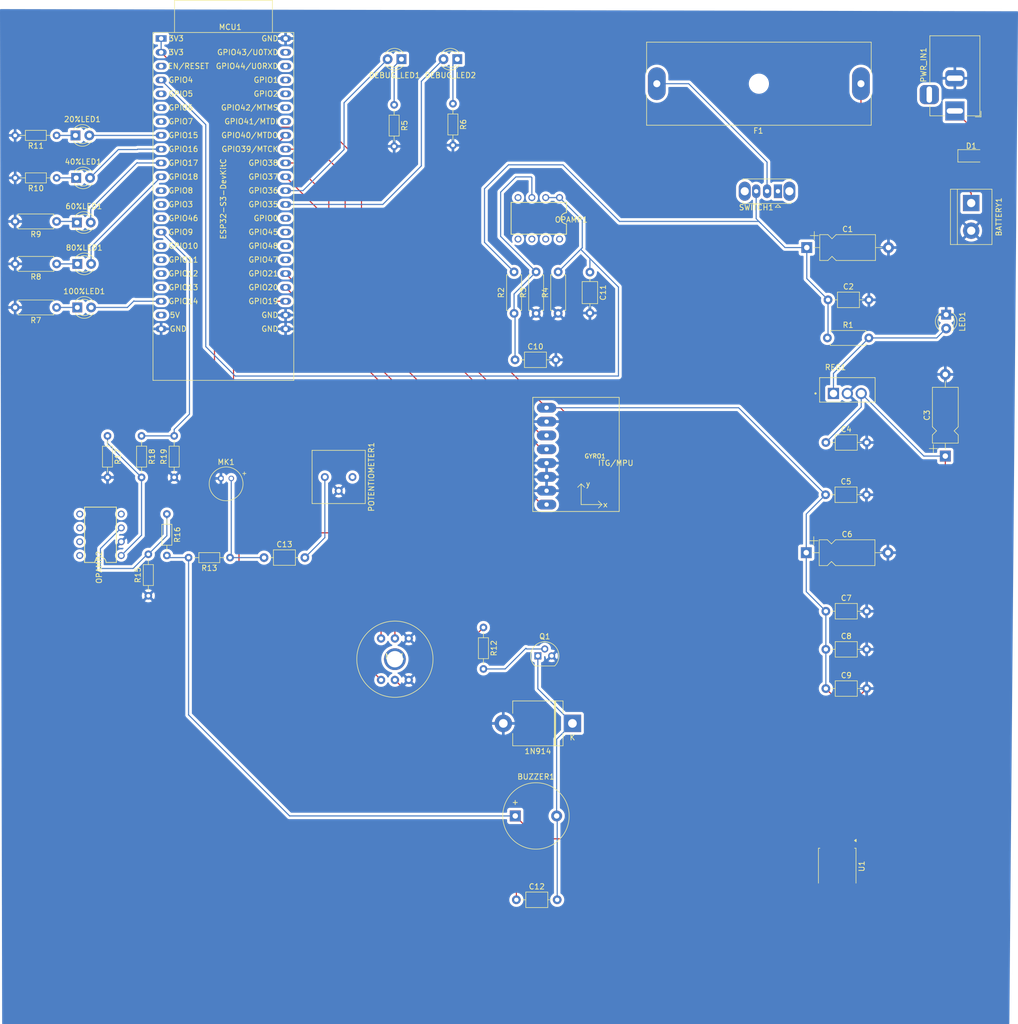
<source format=kicad_pcb>
(kicad_pcb (version 20240108) (generator "pcbnew") (generator_version "8.0")
  (layers (0 "F.Cu" signal) (31 "B.Cu" signal) (34 "B.Paste" user) (35 "F.Paste" user) (36 "B.SilkS" user "B.Silkscreen") (37 "F.SilkS" user "F.Silkscreen") (38 "B.Mask" user) (39 "F.Mask" user) (44 "Edge.Cuts" user))
  (net 0 "")
  (net 1 "Net-(1N914-K)")
  (net 2 "GND")
  (net 3 "5V")
  (net 4 "8V5")
  (net 5 "3V3")
  (net 6 "Net-(OPAMP1A-+)")
  (net 7 "BattSignal")
  (net 8 "Net-(C13-Pad2)")
  (net 9 "Net-(MK1-+)")
  (net 10 "Net-(D1-A)")
  (net 11 "Net-(BATTERY1-Pin_1)")
  (net 12 "Net-(SWITCH1-B)")
  (net 13 "MPU_SCL")
  (net 14 "MPU_SDA")
  (net 15 "MPU_INT")
  (net 16 "Net-(LED1-A)")
  (net 17 "Net-(20%LED1-K)")
  (net 18 "DEBUG_LED1")
  (net 19 "Net-(40%LED1-K)")
  (net 20 "DEBUG_LED2")
  (net 21 "Net-(60%LED1-K)")
  (net 22 "100%LED")
  (net 23 "Net-(80%LED1-K)")
  (net 24 "80%LED")
  (net 25 "Net-(100%LED1-K)")
  (net 26 "60%LED")
  (net 27 "40%LED")
  (net 28 "Net-(DEBUG_LED1-K)")
  (net 29 "20%LED")
  (net 30 "Net-(DEBUG_LED2-K)")
  (net 37 "MIC_ADC")
  (net 41 "MIC_WS")
  (net 48 "BUZZER")
  (net 53 "MIC_SCK")
  (net 57 "MIC_SD")
  (net 58 "Net-(OPAMP2A-+)")
  (net 59 "Net-(OPAMP2-Pad1)")
  (net 60 "Net-(Q1-B)")
  (footprint "Resistor_THT:R_Axial_DIN0207_L6.3mm_D2.5mm_P7.62mm_Horizontal" (layer "F.Cu") (at 166.58 73.2)
    (property "Reference" "R1")
    (property "Value" "4.7k")
  )
  (footprint "Package_TO_SOT_THT:TO-92" (layer "F.Cu") (at 113.4 131.6)
    (property "Reference" "Q1")
    (property "Value" "2N2222A")
  )
  (footprint "LED_THT:LED_D3.0mm_Clear" (layer "F.Cu") (at 28.8 67.6)
    (property "Reference" "100%LED1")
    (property "Value" "LED_GREEN")
  )
  (footprint "Resistor_THT:R_Axial_DIN0204_L3.6mm_D1.6mm_P7.62mm_Horizontal" (layer "F.Cu") (at 34.35 91.19 -90)
    (property "Reference" "R17")
    (property "Value" "1M")
  )
  (footprint "Diode_SMD:D_1206_3216Metric_Pad1.42x1.75mm_HandSolder" (layer "F.Cu") (at 193.0125 39.75)
    (property "Reference" "D1")
    (property "Value" "1N4007W")
  )
  (footprint "Package_TO_SOT_SMD:TO-252-3_TabPin2" (layer "F.Cu") (at 168.3875 170.24 -90)
    (property "Reference" "U1")
    (property "Value" "AMS1117CD-3.3")
  )
  (footprint "Resistor_THT:R_Axial_DIN0204_L3.6mm_D1.6mm_P7.62mm_Horizontal" (layer "F.Cu") (at 103.4 126.38 -90)
    (property "Reference" "R12")
    (property "Value" "1k")
  )
  (footprint "LED_THT:LED_D3.0mm_Clear" (layer "F.Cu") (at 28.725 52)
    (property "Reference" "60%LED1")
    (property "Value" "LED_BLUE")
  )
  (footprint "Capacitor_THT:C_Axial_L3.8mm_D2.6mm_P7.50mm_Horizontal" (layer "F.Cu") (at 63.1 113.55)
    (property "Reference" "C13")
    (property "Value" "100 nF")
  )
  (footprint "Resistor_THT:R_Axial_DIN0204_L3.6mm_D1.6mm_P7.62mm_Horizontal" (layer "F.Cu") (at 40.6 91.19 -90)
    (property "Reference" "R18")
    (property "Value" "1k")
  )
  (footprint "LED_THT:LED_D3.0mm" (layer "F.Cu") (at 188.4 68.925 -90)
    (property "Reference" "LED1")
    (property "Value" "LED_RED")
  )
  (footprint "LM358:DIL08" (layer "F.Cu") (at 33.06 109.36 90)
    (property "Reference" "OPAMP2")
    (property "Value" "LM358")
  )
  (footprint "Capacitor_THT:C_Axial_L3.8mm_D2.6mm_P7.50mm_Horizontal" (layer "F.Cu") (at 109.45 176.4)
    (property "Reference" "C12")
    (property "Value" "100 nF")
  )
  (footprint "Capacitor_THT:C_Axial_L3.8mm_D2.6mm_P7.50mm_Horizontal" (layer "F.Cu") (at 166.3 137.6)
    (property "Reference" "C9")
    (property "Value" "100 nF")
  )
  (footprint "TerminalBlock:TerminalBlock_bornier-2_P5.08mm" (layer "F.Cu") (at 193 48.42 -90)
    (property "Reference" "BATTERY1")
    (property "Value" "TBLOCK-X2")
  )
  (footprint "Capacitor_THT:CP_Axial_L10.0mm_D4.5mm_P15.00mm_Horizontal" (layer "F.Cu") (at 188.2425 94.9 90)
    (property "Reference" "C3")
    (property "Value" "1000 microF")
  )
  (footprint "LED_THT:LED_D3.0mm" (layer "F.Cu") (at 98.6 22 180)
    (property "Reference" "DEBUG_LED2")
    (property "Value" "LED_RED")
  )
  (footprint "Fuse:Fuseholder_Cylinder-6.3x32mm_Schurter_0031-8002_Horizontal_Open" (layer "F.Cu") (at 172.75 26.5 180)
    (property "Reference" "F1")
    (property "Value" "Fuse")
  )
  (footprint "Capacitor_THT:C_Axial_L3.8mm_D2.6mm_P7.50mm_Horizontal" (layer "F.Cu") (at 166.3 123.4)
    (property "Reference" "C7")
    (property "Value" "100 nF")
  )
  (footprint "inmp441:inmp441" (layer "F.Cu") (at 87.14 132.21 180)
    (property "Reference" "MIC1")
    (property "Value" "INMP441")
  )
  (footprint "Potentiometer_THT:Potentiometer_Bourns_3386P_Vertical" (layer "F.Cu") (at 74.27 98.75 -90)
    (property "Reference" "POTENTIOMETER1")
    (property "Value" "R_3386P_US")
  )
  (footprint "L7805:TO255P1020X450X2000-3" (layer "F.Cu") (at 170.25 82.7375)
    (property "Reference" "REG1")
    (property "Value" "L7805")
  )
  (footprint "Buzzer_Beeper:Buzzer_12x9.5RM7.6" (layer "F.Cu") (at 109.25 161)
    (property "Reference" "BUZZER1")
    (property "Value" "2300Hz")
  )
  (footprint "Capacitor_THT:C_Axial_L3.8mm_D2.6mm_P7.50mm_Horizontal" (layer "F.Cu") (at 166.3 130.4)
    (property "Reference" "C8")
    (property "Value" "100 nF")
  )
  (footprint "Capacitor_THT:C_Axial_L3.8mm_D2.6mm_P7.50mm_Horizontal" (layer "F.Cu") (at 166.7 66.2)
    (property "Reference" "C2")
    (property "Value" "100 nF")
  )
  (footprint "LED_THT:LED_D3.0mm_Clear" (layer "F.Cu") (at 28.8 59.6)
    (property "Reference" "80%LED1")
    (property "Value" "LED_GREEN")
  )
  (footprint "Connector_BarrelJack:BarrelJack_Horizontal" (layer "F.Cu") (at 190 31.5 -90)
    (property "Reference" "PWR_IN1")
    (property "Value" "DC005-2.0MM")
  )
  (footprint "Resistor_THT:R_Axial_DIN0207_L6.3mm_D2.5mm_P7.62mm_Horizontal" (layer "F.Cu") (at 117.13 68.69 90)
    (property "Reference" "R4")
    (property "Value" "10k")
  )
  (footprint "Diode_THT:D_5KPW_P12.70mm_Horizontal" (layer "F.Cu") (at 119.75 144 180)
    (property "Reference" "1N914")
    (property "Value" "D")
  )
  (footprint "Resistor_THT:R_Axial_DIN0204_L3.6mm_D1.6mm_P7.62mm_Horizontal" (layer "F.Cu") (at 97.8 30.18 -90)
    (property "Reference" "R6")
    (property "Value" "1k")
  )
  (footprint "Resistor_THT:R_Axial_DIN0204_L3.6mm_D1.6mm_P7.62mm_Horizontal" (layer "F.Cu") (at 46.6 98.81 90)
    (property "Reference" "R19")
    (property "Value" "1k")
  )
  (footprint "Resistor_THT:R_Axial_DIN0204_L3.6mm_D1.6mm_P7.62mm_Horizontal" (layer "F.Cu") (at 56.86 113.55 180)
    (property "Reference" "R13")
    (property "Value" "1k")
  )
  (footprint "Resistor_THT:R_Axial_DIN0204_L3.6mm_D1.6mm_P7.62mm_Horizontal" (layer "F.Cu") (at 45.25 105.54 -90)
    (property "Reference" "R16")
    (property "Value" "1k")
  )
  (footprint "Resistor_THT:R_Axial_DIN0207_L6.3mm_D2.5mm_P7.62mm_Horizontal" (layer "F.Cu") (at 25.01 59.6 180)
    (property "Reference" "R8")
    (property "Value" "1k")
  )
  (footprint "Resistor_THT:R_Axial_DIN0207_L6.3mm_D2.5mm_P7.62mm_Horizontal" (layer "F.Cu") (at 25 51.8 180)
    (property "Reference" "R9")
    (property "Value" "1k")
  )
  (footprint "Resistor_THT:R_Axial_DIN0207_L6.3mm_D2.5mm_P7.62mm_Horizontal" (layer "F.Cu") (at 109.03 68.69 90)
    (property "Reference" "R2")
    (property "Value" "8.6k")
  )
  (footprint "Capacitor_THT:C_Axial_L3.8mm_D2.6mm_P7.50mm_Horizontal" (layer "F.Cu") (at 166.25 102)
    (property "Reference" "C5")
    (property "Value" "1 microF")
  )
  (footprint "Resistor_THT:R_Axial_DIN0204_L3.6mm_D1.6mm_P7.62mm_Horizontal" (layer "F.Cu") (at 25.01 43.8 180)
    (property "Reference" "R10")
    (property "Value" "1k")
  )
  (footprint "Resistor_THT:R_Axial_DIN0207_L6.3mm_D2.5mm_P7.62mm_Horizontal" (layer "F.Cu") (at 25 67.6 180)
    (property "Reference" "R7")
    (property "Value" "1k")
  )
  (footprint "GY-521:GY-521" (layer "F.Cu") (at 123.8925 94.9175)
    (property "Reference" "GYRO1")
    (property "Value" "GY-521")
  )
  (footprint "Sensor_Audio:POM-2244P-C3310-2-R" (layer "F.Cu") (at 55.1825 99)
    (property "Reference" "MK1")
    (property "Value" "Microphone_Condenser")
  )
  (footprint "Espressif:ESP32-S3-DevKitC" (layer "F.Cu") (at 44.2 18.2)
    (property "Reference" "MCU1")
    (property "Value" "ESP32-S3-DevKitC")
  )
  (footprint "Capacitor_THT:C_Axial_L3.8mm_D2.6mm_P7.50mm_Horizontal" (layer "F.Cu") (at 166.3 92.4)
    (property "Reference" "C4")
    (property "Value" "100 nF")
  )
  (footprint "LED_THT:LED_D3.0mm" (layer "F.Cu") (at 88.34 22 180)
    (property "Reference" "DEBUG_LED1")
    (property "Value" "LED_RED")
  )
  (footprint "Capacitor_THT:CP_Axial_L10.0mm_D4.5mm_P15.00mm_Horizontal" (layer "F.Cu") (at 162.8 56.6)
    (property "Reference" "C1")
    (property "Value" "1000 microF")
  )
  (footprint "Resistor_THT:R_Axial_DIN0204_L3.6mm_D1.6mm_P7.62mm_Horizontal" (layer "F.Cu") (at 87 30.38 -90)
    (property "Reference" "R5")
    (property "Value" "1k")
  )
  (footprint "Capacitor_THT:CP_Axial_L10.0mm_D4.5mm_P15.00mm_Horizontal" (layer "F.Cu") (at 162.7 112.6425)
    (property "Reference" "C6")
    (property "Value" "1000 microF")
  )
  (footprint "Capacitor_THT:C_Axial_L3.8mm_D2.6mm_P7.50mm_Horizontal" (layer "F.Cu") (at 109.21 77.22)
    (property "Reference" "C10")
    (property "Value" "100 nF")
  )
  (footprint "LED_THT:LED_D3.0mm_Clear" (layer "F.Cu") (at 28.46 36)
    (property "Reference" "20%LED1")
    (property "Value" "LED_RED")
  )
  (footprint "Resistor_THT:R_Axial_DIN0204_L3.6mm_D1.6mm_P7.62mm_Horizontal" (layer "F.Cu") (at 41.85 120.56 90)
    (property "Reference" "R15")
    (property "Value" "1k")
  )
  (footprint "Capacitor_THT:C_Axial_L3.8mm_D2.6mm_P7.50mm_Horizontal" (layer "F.Cu") (at 122.96 61.12 -90)
    (property "Reference" "C11")
    (property "Value" "100 nF")
  )
  (footprint "Resistor_THT:R_Axial_DIN0204_L3.6mm_D1.6mm_P7.62mm_Horizontal" (layer "F.Cu") (at 25 36 180)
    (property "Reference" "R11")
    (property "Value" "1k")
  )
  (footprint "LM358:DIL08" (layer "F.Cu") (at 113.57 51.23 180)
    (property "Reference" "OPAMP1")
    (property "Value" "LM358")
  )
  (footprint "Button_Switch_THT:SW_Slide_SPDT_Straight_CK_OS102011MS2Q" (layer "F.Cu") (at 157.5 46.25 180)
    (property "Reference" "SWITCH1")
    (property "Value" "Switch")
  )
  (footprint "LED_THT:LED_D3.0mm_Clear" (layer "F.Cu") (at 28.6 43.8)
    (property "Reference" "40%LED1")
    (property "Value" "LED_RED")
  )
  (footprint "Resistor_THT:R_Axial_DIN0207_L6.3mm_D2.5mm_P7.62mm_Horizontal" (layer "F.Cu") (at 113.08 68.69 90)
    (property "Reference" "R3")
    (property "Value" "5k")
  )
  (segment (start 116.95 176.4) (end 116.95 161.1) (width 0.2) (layer "B.Cu") (net 1))
  (segment (start 116.85 146.9) (end 119.75 144) (width 0.2) (layer "B.Cu") (net 1))
  (segment (start 116.85 161) (end 116.85 146.9) (width 0.2) (layer "B.Cu") (net 1))
  (segment (start 116.95 161.1) (end 116.85 161) (width 0.2) (layer "B.Cu") (net 1))
  (segment (start 113.4 137.65) (end 119.75 144) (width 0.2) (layer "B.Cu") (net 1))
  (segment (start 113.4 131.6) (end 113.4 137.65) (width 0.2) (layer "B.Cu") (net 1))
  (segment (start 170.6675 165.2) (end 170.6675 140.7325) (width 0.2) (layer "F.Cu") (net 2))
  (segment (start 170.6675 140.7325) (end 173.8 137.6) (width 0.2) (layer "F.Cu") (net 2))
  (segment (start 188.2425 169.7575) (end 188.2425 94.9) (width 0.2) (layer "F.Cu") (net 3))
  (segment (start 157.8 175) (end 162.8 180) (width 0.2) (layer "F.Cu") (net 3))
  (segment (start 113.6 165.2) (end 113.45 165.2) (width 0.2) (layer "F.Cu") (net 3))
  (segment (start 113.45 165.2) (end 109.25 161) (width 0.2) (layer "F.Cu") (net 3))
  (segment (start 109.45 169.35) (end 113.6 165.2) (width 0.2) (layer "F.Cu") (net 3))
  (segment (start 184.2 173.8) (end 188.2425 169.7575) (width 0.2) (layer "F.Cu") (net 3))
  (segment (start 166.1075 165.2) (end 157.8 165.2) (width 0.2) (layer "F.Cu") (net 3))
  (segment (start 178.4 180) (end 184.2 174.2) (width 0.2) (layer "F.Cu") (net 3))
  (segment (start 184.2 174.2) (end 184.2 173.8) (width 0.2) (layer "F.Cu") (net 3))
  (segment (start 157.8 165.2) (end 113.6 165.2) (width 0.2) (layer "F.Cu") (net 3))
  (segment (start 109.45 176.4) (end 109.45 169.35) (width 0.2) (layer "F.Cu") (net 3))
  (segment (start 157.8 165.2) (end 157.8 175) (width 0.2) (layer "F.Cu") (net 3))
  (segment (start 162.8 180) (end 178.4 180) (width 0.2) (layer "F.Cu") (net 3))
  (segment (start 49.24 113.55) (end 49.24 142.44) (width 0.2) (layer "B.Cu") (net 3))
  (segment (start 172.8 85.9) (end 166.3 92.4) (width 0.2) (layer "B.Cu") (net 3))
  (segment (start 67.8 161) (end 109.25 161) (width 0.2) (layer "B.Cu") (net 3))
  (segment (start 45.64 113.55) (end 45.25 113.16) (width 0.2) (layer "B.Cu") (net 3))
  (segment (start 172.8 83.4) (end 172.8 85.9) (width 0.2) (layer "B.Cu") (net 3))
  (segment (start 49.24 142.44) (end 67.8 161) (width 0.2) (layer "B.Cu") (net 3))
  (segment (start 184.3 94.9) (end 172.8 83.4) (width 0.2) (layer "B.Cu") (net 3))
  (segment (start 188.2425 94.9) (end 184.3 94.9) (width 0.2) (layer "B.Cu") (net 3))
  (segment (start 49.24 113.55) (end 45.64 113.55) (width 0.2) (layer "B.Cu") (net 3))
  (segment (start 109.03 61.07) (end 103.6 55.64) (width 0.2) (layer "B.Cu") (net 4))
  (segment (start 162.8 56.6) (end 162.8 62.3) (width 0.2) (layer "B.Cu") (net 4))
  (segment (start 118 41.4) (end 128.4 51.8) (width 0.2) (layer "B.Cu") (net 4))
  (segment (start 166.7 66.2) (end 166.7 73.08) (width 0.2) (layer "B.Cu") (net 4))
  (segment (start 108 41.4) (end 118 41.4) (width 0.2) (layer "B.Cu") (net 4))
  (segment (start 103.6 45.8) (end 108 41.4) (width 0.2) (layer "B.Cu") (net 4))
  (segment (start 158.8 56.6) (end 162.8 56.6) (width 0.2) (layer "B.Cu") (net 4))
  (segment (start 154 51.8) (end 154.4 52.2) (width 0.2) (layer "B.Cu") (net 4))
  (segment (start 153.5 51.3) (end 154.4 52.2) (width 0.2) (layer "B.Cu") (net 4))
  (segment (start 128.4 51.8) (end 154 51.8) (width 0.2) (layer "B.Cu") (net 4))
  (segment (start 153.5 46.25) (end 153.5 51.3) (width 0.2) (layer "B.Cu") (net 4))
  (segment (start 103.6 55.64) (end 103.6 45.8) (width 0.2) (layer "B.Cu") (net 4))
  (segment (start 154.4 52.2) (end 158.8 56.6) (width 0.2) (layer "B.Cu") (net 4))
  (segment (start 162.8 62.3) (end 166.7 66.2) (width 0.2) (layer "B.Cu") (net 4))
  (segment (start 166.7 73.08) (end 166.58 73.2) (width 0.2) (layer "B.Cu") (net 4))
  (segment (start 81 52.025) (end 81 41) (width 0.2) (layer "F.Cu") (net 5))
  (segment (start 166.3 137.6) (end 168.3875 139.6875) (width 0.2) (layer "F.Cu") (net 5))
  (segment (start 95 139) (end 95 129.5) (width 0.2) (layer "F.Cu") (net 5))
  (segment (start 56 32.54) (end 44.2 20.74) (width 0.2) (layer "F.Cu") (net 5))
  (segment (start 122 116) (end 122 90.5) (width 0.2) (layer "F.Cu") (net 5))
  (segment (start 87.14 136.02) (end 90.12 139) (width 0.2) (layer "F.Cu") (net 5))
  (segment (start 115.0025 86.0275) (end 81 52.025) (width 0.2) (layer "F.Cu") (net 5))
  (segment (start 117.5275 86.0275) (end 115.0025 86.0275) (width 0.2) (layer "F.Cu") (net 5))
  (segment (start 95 129.5) (end 108.5 116) (width 0.2) (layer "F.Cu") (net 5))
  (segment (start 81 41) (end 74.5 34.5) (width 0.2) (layer "F.Cu") (net 5))
  (segment (start 108.5 116) (end 122 116) (width 0.2) (layer "F.Cu") (net 5))
  (segment (start 90.12 139) (end 95 139) (width 0.2) (layer "F.Cu") (net 5))
  (segment (start 74.5 34.5) (end 56 34.5) (width 0.2) (layer "F.Cu") (net 5))
  (segment (start 168.3875 139.6875) (end 168.3875 165.2) (width 0.2) (layer "F.Cu") (net 5))
  (segment (start 56 34.5) (end 56 32.54) (width 0.2) (layer "F.Cu") (net 5))
  (segment (start 122 90.5) (end 117.5275 86.0275) (width 0.2) (layer "F.Cu") (net 5))
  (segment (start 162.7 112.6425) (end 162.7 119.8) (width 0.2) (layer "B.Cu") (net 5))
  (segment (start 44.2 20.74) (end 44.2 18.2) (width 0.2) (layer "B.Cu") (net 5))
  (segment (start 115.0025 86.0275) (end 150.2775 86.0275) (width 0.2) (layer "B.Cu") (net 5))
  (segment (start 162.7 112.6425) (end 162.7 105.55) (width 0.2) (layer "B.Cu") (net 5))
  (segment (start 150.2775 86.0275) (end 166.25 102) (width 0.2) (layer "B.Cu") (net 5))
  (segment (start 166.3 123.4) (end 166.3 130.4) (width 0.2) (layer "B.Cu") (net 5))
  (segment (start 166.3 130.4) (end 166.3 137.6) (width 0.2) (layer "B.Cu") (net 5))
  (segment (start 162.7 119.8) (end 166.3 123.4) (width 0.2) (layer "B.Cu") (net 5))
  (segment (start 162.7 105.55) (end 166.25 102) (width 0.2) (layer "B.Cu") (net 5))
  (segment (start 109.21 68.87) (end 109.03 68.69) (width 0.2) (layer "B.Cu") (net 6))
  (segment (start 106.56 54.55) (end 106.56 46.42) (width 0.2) (layer "B.Cu") (net 6))
  (segment (start 113.08 61.07) (end 106.56 54.55) (width 0.2) (layer "B.Cu") (net 6))
  (segment (start 106.56 46.42) (end 109.36 43.62) (width 0.2) (layer "B.Cu") (net 6))
  (segment (start 109.03 65.12) (end 113.08 61.07) (width 0.2) (layer "B.Cu") (net 6))
  (segment (start 109.21 77.22) (end 109.21 68.87) (width 0.2) (layer "B.Cu") (net 6))
  (segment (start 109.36 43.62) (end 112.16 43.62) (width 0.2) (layer "B.Cu") (net 6))
  (segment (start 112.3 43.76) (end 112.3 47.42) (width 0.2) (layer "B.Cu") (net 6))
  (segment (start 109.03 68.69) (end 109.03 65.12) (width 0.2) (layer "B.Cu") (net 6))
  (segment (start 112.16 43.62) (end 112.3 43.76) (width 0.2) (layer "B.Cu") (net 6))
  (segment (start 52.4 74.8) (end 52.4 34.02) (width 0.2) (layer "B.Cu") (net 7))
  (segment (start 114.84 47.42) (end 117.38 47.42) (width 0.2) (layer "B.Cu") (net 7))
  (segment (start 122.96 58.62) (end 128.2 63.86) (width 0.2) (layer "B.Cu") (net 7))
  (segment (start 121.27 56.93) (end 121.56 56.64) (width 0.2) (layer "B.Cu") (net 7))
  (segment (start 57.8 80.2) (end 52.4 74.8) (width 0.2) (layer "B.Cu") (net 7))
  (segment (start 122.96 61.12) (end 122.96 58.62) (width 0.2) (layer "B.Cu") (net 7))
  (segment (start 122.96 58.62) (end 121.27 56.93) (width 0.2) (layer "B.Cu") (net 7))
  (segment (start 121.56 51.6) (end 117.38 47.42) (width 0.2) (layer "B.Cu") (net 7))
  (segment (start 121.56 56.64) (end 121.56 51.6) (width 0.2) (layer "B.Cu") (net 7))
  (segment (start 128.2 63.86) (end 128.2 80.2) (width 0.2) (layer "B.Cu") (net 7))
  (segment (start 128.2 80.2) (end 57.8 80.2) (width 0.2) (layer "B.Cu") (net 7))
  (segment (start 117.13 61.07) (end 121.27 56.93) (width 0.2) (layer "B.Cu") (net 7))
  (segment (start 52.4 34.02) (end 44.2 25.82) (width 0.2) (layer "B.Cu") (net 7))
  (segment (start 74.27 98.75) (end 74.27 109.88) (width 0.2) (layer "B.Cu") (net 8))
  (segment (start 74.27 109.88) (end 70.6 113.55) (width 0.2) (layer "B.Cu") (net 8))
  (segment (start 57.0825 113.3275) (end 56.86 113.55) (width 0.2) (layer "B.Cu") (net 9))
  (segment (start 57.0825 99) (end 57.0825 113.3275) (width 0.2) (layer "B.Cu") (net 9))
  (segment (start 63.1 113.55) (end 56.86 113.55) (width 0.2) (layer "B.Cu") (net 9))
  (segment (start 194.6 38.2) (end 194.5 38.3) (width 0.2) (layer "F.Cu") (net 10))
  (segment (start 190 31.5) (end 194.6 36.1) (width 0.2) (layer "F.Cu") (net 10))
  (segment (start 194.5 38.3) (end 194.5 39.75) (width 0.2) (layer "F.Cu") (net 10))
  (segment (start 194.6 36.1) (end 194.6 38.2) (width 0.2) (layer "F.Cu") (net 10))
  (segment (start 172.75 26.5) (end 172.75 31.15) (width 0.2) (layer "F.Cu") (net 11))
  (segment (start 191.525 45.125) (end 193 46.6) (width 0.2) (layer "F.Cu") (net 11))
  (segment (start 172.75 31.15) (end 181.4 39.8) (width 0.2) (layer "F.Cu") (net 11))
  (segment (start 181.4 39.8) (end 181.45 39.75) (width 0.2) (layer "F.Cu") (net 11))
  (segment (start 191.525 39.75) (end 191.525 45.125) (width 0.2) (layer "F.Cu") (net 11))
  (segment (start 193 46.6) (end 193 48.42) (width 0.2) (layer "F.Cu") (net 11))
  (segment (start 181.45 39.75) (end 191.525 39.75) (width 0.2) (layer "F.Cu") (net 11))
  (segment (start 155.5 40.9) (end 155.5 46.25) (width 0.2) (layer "B.Cu") (net 12))
  (segment (start 135.25 26.5) (end 141.1 26.5) (width 0.2) (layer "B.Cu") (net 12))
  (segment (start 141.1 26.5) (end 155.5 40.9) (width 0.2) (layer "B.Cu") (net 12))
  (segment (start 73.02 38.52) (end 67.06 38.52) (width 0.2) (layer "F.Cu") (net 13))
  (segment (start 78 43.5) (end 73.02 38.52) (width 0.2) (layer "F.Cu") (net 13))
  (segment (start 78 54.994) (end 78 43.5) (width 0.2) (layer "F.Cu") (net 13))
  (segment (start 114.1135 91.1075) (end 78 54.994) (width 0.2) (layer "F.Cu") (net 13))
  (segment (start 115.0025 91.1075) (end 114.1135 91.1075) (width 0.2) (layer "F.Cu") (net 13))
  (segment (start 68.56 41.06) (end 67.06 41.06) (width 0.2) (layer "F.Cu") (net 14))
  (segment (start 75 47.5) (end 68.56 41.06) (width 0.2) (layer "F.Cu") (net 14))
  (segment (start 75 54.534) (end 75 47.5) (width 0.2) (layer "F.Cu") (net 14))
  (segment (start 114.1135 93.6475) (end 75 54.534) (width 0.2) (layer "F.Cu") (net 14))
  (segment (start 115.0025 93.6475) (end 114.1135 93.6475) (width 0.2) (layer "F.Cu") (net 14))
  (segment (start 74 52.5) (end 74 50.54) (width 0.2) (layer "F.Cu") (net 15))
  (segment (start 115.0025 103.8075) (end 114.1135 103.8075) (width 0.2) (layer "F.Cu") (net 15))
  (segment (start 74.5 64.194) (end 74.5 53) (width 0.2) (layer "F.Cu") (net 15))
  (segment (start 74 50.54) (end 67.06 43.6) (width 0.2) (layer "F.Cu") (net 15))
  (segment (start 74.5 53) (end 74 52.5) (width 0.2) (layer "F.Cu") (net 15))
  (segment (start 114.1135 103.8075) (end 74.5 64.194) (width 0.2) (layer "F.Cu") (net 15))
  (segment (start 167.7 83.4) (end 167.7 79.7) (width 0.2) (layer "B.Cu") (net 16))
  (segment (start 174.2 73.2) (end 186.665 73.2) (width 0.2) (layer "B.Cu") (net 16))
  (segment (start 186.665 73.2) (end 188.4 71.465) (width 0.2) (layer "B.Cu") (net 16))
  (segment (start 167.7 79.7) (end 174.2 73.2) (width 0.2) (layer "B.Cu") (net 16))
  (segment (start 25 36) (end 28.46 36) (width 0.2) (layer "B.Cu") (net 17))
  (segment (start 77.8 38.6) (end 70.26 46.14) (width 0.2) (layer "B.Cu") (net 18))
  (segment (start 77.8 30) (end 77.8 38.6) (width 0.2) (layer "B.Cu") (net 18))
  (segment (start 85.8 22) (end 77.8 30) (width 0.2) (layer "B.Cu") (net 18))
  (segment (start 70.26 46.14) (end 67.06 46.14) (width 0.2) (layer "B.Cu") (net 18))
  (segment (start 25.01 43.8) (end 28.6 43.8) (width 0.2) (layer "B.Cu") (net 19))
  (segment (start 96.06 22) (end 92 26.06) (width 0.2) (layer "B.Cu") (net 20))
  (segment (start 84.92 48.68) (end 67.06 48.68) (width 0.2) (layer "B.Cu") (net 20))
  (segment (start 92 41.6) (end 84.92 48.68) (width 0.2) (layer "B.Cu") (net 20))
  (segment (start 92 26.06) (end 92 41.6) (width 0.2) (layer "B.Cu") (net 20))
  (segment (start 25 51.8) (end 28.525 51.8) (width 0.2) (layer "B.Cu") (net 21))
  (segment (start 28.525 51.8) (end 28.725 52) (width 0.2) (layer "B.Cu") (net 21))
  (segment (start 39.2 66.4) (end 39.25728 66.45728) (width 0.2) (layer "B.Cu") (net 22))
  (segment (start 31.34 67.6) (end 38 67.6) (width 0.2) (layer "B.Cu") (net 22))
  (segment (start 38 67.6) (end 39.2 66.4) (width 0.2) (layer "B.Cu") (net 22))
  (segment (start 39.25728 66.45728) (end 44.19632 66.45728) (width 0.2) (layer "B.Cu") (net 22))
  (segment (start 25.01 59.6) (end 28.8 59.6) (width 0.2) (layer "B.Cu") (net 23))
  (segment (start 31.34 56.46) (end 44.2 43.6) (width 0.2) (layer "B.Cu") (net 24))
  (segment (start 31.34 59.6) (end 31.34 56.46) (width 0.2) (layer "B.Cu") (net 24))
  (segment (start 25 67.6) (end 28.8 67.6) (width 0.2) (layer "B.Cu") (net 25))
  (segment (start 39.8 41) (end 39.86 41.06) (width 0.2) (layer "B.Cu") (net 26))
  (segment (start 31.265 49.535) (end 39.8 41) (width 0.2) (layer "B.Cu") (net 26))
  (segment (start 39.86 41.06) (end 44.2 41.06) (width 0.2) (layer "B.Cu") (net 26))
  (segment (start 31.265 52) (end 31.265 49.535) (width 0.2) (layer "B.Cu") (net 26))
  (segment (start 39.88 38.52) (end 44.2 38.52) (width 0.2) (layer "B.Cu") (net 27))
  (segment (start 39.8 38.6) (end 39.88 38.52) (width 0.2) (layer "B.Cu") (net 27))
  (segment (start 36.34 38.6) (end 39.8 38.6) (width 0.2) (layer "B.Cu") (net 27))
  (segment (start 31.14 43.8) (end 36.34 38.6) (width 0.2) (layer "B.Cu") (net 27))
  (segment (start 87 30.38) (end 87 23.34) (width 0.2) (layer "B.Cu") (net 28))
  (segment (start 87 23.34) (end 88.34 22) (width 0.2) (layer "B.Cu") (net 28))
  (segment (start 31 36) (end 44.18 36) (width 0.2) (layer "B.Cu") (net 29))
  (segment (start 44.18 36) (end 44.2 35.98) (width 0.2) (layer "B.Cu") (net 29))
  (segment (start 97.8 22.8) (end 98.6 22) (width 0.2) (layer "B.Cu") (net 30))
  (segment (start 97.8 30.18) (end 97.8 22.8) (width 0.2) (layer "B.Cu") (net 30))
  (segment (start 49.4 58.96) (end 49.4 87.2) (width 0.2) (layer "B.Cu") (net 37))
  (segment (start 44.2 53.76) (end 49.4 58.96) (width 0.2) (layer "B.Cu") (net 37))
  (segment (start 46.6 91.19) (end 40.6 91.19) (width 0.2) (layer "B.Cu") (net 37))
  (segment (start 46.6 90) (end 46.6 91.19) (width 0.2) (layer "B.Cu") (net 37))
  (segment (start 49.4 87.2) (end 46.6 90) (width 0.2) (layer "B.Cu") (net 37))
  (segment (start 67.06 61.38) (end 87.14 81.46) (width 0.2) (layer "F.Cu") (net 41))
  (segment (start 87.14 81.46) (end 87.14 128.4) (width 0.2) (layer "F.Cu") (net 41))
  (segment (start 67.06 35.98) (end 54 49.04) (width 0.2) (layer "F.Cu") (net 48))
  (segment (start 98 142.5) (end 98.5 142) (width 0.2) (layer "F.Cu") (net 48))
  (segment (start 98.5 131.28) (end 103.4 126.38) (width 0.2) (layer "F.Cu") (net 48))
  (segment (start 54.5 91) (end 55 91) (width 0.2) (layer "F.Cu") (net 48))
  (segment (start 66.5 142.5) (end 98 142.5) (width 0.2) (layer "F.Cu") (net 48))
  (segment (start 98.5 142) (end 98.5 131.28) (width 0.2) (layer "F.Cu") (net 48))
  (segment (start 54 49.04) (end 54 90.5) (width 0.2) (layer "F.Cu") (net 48))
  (segment (start 55 91) (end 63 99) (width 0.2) (layer "F.Cu") (net 48))
  (segment (start 63 99) (end 58.5 103.5) (width 0.2) (layer "F.Cu") (net 48))
  (segment (start 58.5 134.5) (end 66.5 142.5) (width 0.2) (layer "F.Cu") (net 48))
  (segment (start 58.5 103.5) (end 58.5 134.5) (width 0.2) (layer "F.Cu") (net 48))
  (segment (start 54 90.5) (end 54.5 91) (width 0.2) (layer "F.Cu") (net 48))
  (segment (start 84.6 128.4) (end 84.6 81.46) (width 0.2) (layer "F.Cu") (net 53))
  (segment (start 84.6 81.46) (end 67.06 63.92) (width 0.2) (layer "F.Cu") (net 53))
  (segment (start 75.5 109) (end 72.5 109) (width 0.2) (layer "F.Cu") (net 57))
  (segment (start 72.5 109) (end 66.5 103) (width 0.2) (layer "F.Cu") (net 57))
  (segment (start 66.5 93.5) (end 57.5 84.5) (width 0.2) (layer "F.Cu") (net 57))
  (segment (start 57.5 70) (end 61.04 66.46) (width 0.2) (layer "F.Cu") (net 57))
  (segment (start 83.538 134.958) (end 83.458 134.958) (width 0.2) (layer "F.Cu") (net 57))
  (segment (start 61.04 66.46) (end 67.06 66.46) (width 0.2) (layer "F.Cu") (net 57))
  (segment (start 57.5 84.5) (end 57.5 70) (width 0.2) (layer "F.Cu") (net 57))
  (segment (start 75.5 127) (end 75.5 109) (width 0.2) (layer "F.Cu") (net 57))
  (segment (start 84.6 136.02) (end 83.538 134.958) (width 0.2) (layer "F.Cu") (net 57))
  (segment (start 83.458 134.958) (end 75.5 127) (width 0.2) (layer "F.Cu") (net 57))
  (segment (start 66.5 103) (end 66.5 93.5) (width 0.2) (layer "F.Cu") (net 57))
  (segment (start 45.25 109.54) (end 41.85 112.94) (width 0.2) (layer "B.Cu") (net 58))
  (segment (start 41.85 112.94) (end 41.66 112.94) (width 0.2) (layer "B.Cu") (net 58))
  (segment (start 41.66 112.94) (end 39.05 115.55) (width 0.2) (layer "B.Cu") (net 58))
  (segment (start 45.25 105.54) (end 45.25 109.54) (width 0.2) (layer "B.Cu") (net 58))
  (segment (start 39.05 115.55) (end 33.05 115.55) (width 0.2) (layer "B.Cu") (net 58))
  (segment (start 33.05 115.55) (end 33.05 111.91) (width 0.2) (layer "B.Cu") (net 58))
  (segment (start 33.05 111.91) (end 36.87 108.09) (width 0.2) (layer "B.Cu") (net 58))
  (segment (start 40.6 98.81) (end 40.6 109.44) (width 0.2) (layer "B.Cu") (net 59))
  (segment (start 40.6 109.44) (end 36.87 113.17) (width 0.2) (layer "B.Cu") (net 59))
  (segment (start 34.35 92.56) (end 34.35 91.19) (width 0.2) (layer "B.Cu") (net 59))
  (segment (start 40.6 98.81) (end 34.35 92.56) (width 0.2) (layer "B.Cu") (net 59))
  (segment (start 111.33 130.33) (end 114.67 130.33) (width 0.2) (layer "B.Cu") (net 60))
  (segment (start 111.2 130.2) (end 111.33 130.33) (width 0.2) (layer "B.Cu") (net 60))
  (segment (start 103.4 134) (end 107.4 134) (width 0.2) (layer "B.Cu") (net 60))
  (segment (start 107.4 134) (end 111.2 130.2) (width 0.2) (layer "B.Cu") (net 60))
  (zone (net 2) (net_name "GND") (layer "B.Cu") (connect_pads (clearance 0.5)) (min_thickness 0.25) (fill yes (thermal_gap 0.5) (thermal_bridge_width 0.5))
    (polygon (pts (xy 200 199.25) (xy 201.6 13.2) (xy 14.6 12.8) (xy 15 199.25)))
  )
)
</source>
